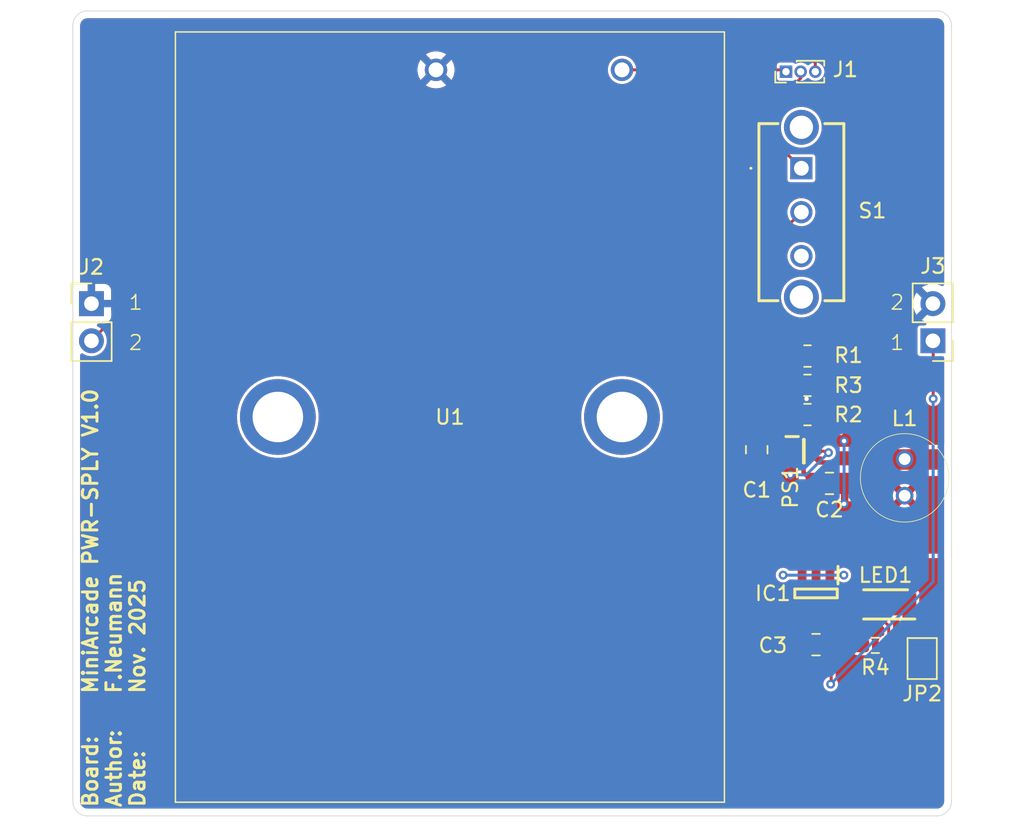
<source format=kicad_pcb>
(kicad_pcb (version 20241229) (generator "pcbnew") (generator_version "9.0")
  (layers (0 "F.Cu" signal) (2 "B.Cu" signal) (13 "F.Paste" user) (15 "B.Paste" user) (5 "F.SilkS" user "F.Silkscreen") (7 "B.SilkS" user "B.Silkscreen") (1 "F.Mask" user) (3 "B.Mask" user) (25 "Edge.Cuts" user))
  (net 0 "")
  (net 1 "GND")
  (net 2 "Net-(PS1-EN)")
  (net 3 "3V5")
  (net 4 "3V3")
  (net 6 "4V5")
  (net 7 "5V0")
  (net 8 "VIN_BUCK")
  (net 9 "Net-(JP2-B)")
  (net 10 "Net-(PS1-SW)")
  (net 11 "Net-(LED1-A)")
  (net 12 "Net-(PS1-FB)")
  (footprint "Capacitor_SMD:C_0805_2012Metric_Pad1.18x1.45mm_HandSolder" (layer "F.Cu") (at 151.667926 132.282074 180)
    (property "Reference" "C2" (at 0 -1.8 180) (layer "F.SilkS"))
    (property "Value" "10u")
    (fp_line (start -0.261252 0.735) (end 0.261252 0.735) (stroke (width 0.12)) (layer "F.SilkS"))
    (fp_line (start -0.261252 -0.735) (end 0.261252 -0.735) (stroke (width 0.12)) (layer "F.SilkS"))
    (pad "1" smd roundrect (at -1.0375 0 180) (size 1.175 1.45) (layers "F.Cu" "F.Mask" "F.Paste") (roundrect_rratio 0.212766) (net 3 "3V5"))
    (pad "2" smd roundrect (at 1.0375 0 180) (size 1.175 1.45) (layers "F.Cu" "F.Mask" "F.Paste") (roundrect_rratio 0.212766) (net 1 "GND"))
  )
  (footprint "MiniArcadePWRSupply:LEDM3020X150N" (layer "F.Cu") (at 155.5 140.55 180)
    (property "Reference" "LED1" (at 0 2 180) (layer "F.SilkS"))
    (property "Value" "AA3021LZGSK" (hide yes))
    (fp_line (start 1.5 -1) (end -2 -1) (stroke (width 0.2)) (layer "F.SilkS"))
    (fp_line (start -1.5 1) (end 1.5 1) (stroke (width 0.2)) (layer "F.SilkS"))
    (pad "1" smd rect (at -1.25 0 270) (size 1.5 1.7) (layers "F.Cu" "F.Mask" "F.Paste") (net 9 "Net-(JP2-B)"))
    (pad "2" smd rect (at 1.25 0 270) (size 1.5 1.7) (layers "F.Cu" "F.Mask" "F.Paste") (net 11 "Net-(LED1-A)"))
  )
  (footprint "Capacitor_SMD:C_0805_2012Metric_Pad1.18x1.45mm_HandSolder" (layer "F.Cu") (at 150.75 143.3 180)
    (property "Reference" "C3" (at 2.95 -0.05 180) (layer "F.SilkS"))
    (property "Value" "10u")
    (fp_line (start -0.261252 0.735) (end 0.261252 0.735) (stroke (width 0.12)) (layer "F.SilkS"))
    (fp_line (start -0.261252 -0.735) (end 0.261252 -0.735) (stroke (width 0.12)) (layer "F.SilkS"))
    (pad "1" smd roundrect (at -1.0375 0 180) (size 1.175 1.45) (layers "F.Cu" "F.Mask" "F.Paste") (roundrect_rratio 0.212766) (net 4 "3V3"))
    (pad "2" smd roundrect (at 1.0375 0 180) (size 1.175 1.45) (layers "F.Cu" "F.Mask" "F.Paste") (roundrect_rratio 0.212766) (net 1 "GND"))
  )
  (footprint "MiniArcadePWRSupply:SLW126894AND" (layer "F.Cu") (at 149.75 110.75 -90)
    (property "Reference" "S1" (at 2.9 -4.85 180) (layer "F.SilkS"))
    (property "Value" "SLW-12689-4A-N-D" (hide yes))
    (fp_line (start 0 3.5) (end 0 3.5) (stroke (width 0.1)) (layer "F.SilkS"))
    (fp_line (start 0 3.4) (end 0 3.4) (stroke (width 0.1)) (layer "F.SilkS"))
    (fp_line (start -3.05 2.9) (end -3.05 1.6) (stroke (width 0.2)) (layer "F.SilkS"))
    (fp_line (start 9.05 2.9) (end -3.05 2.9) (stroke (width 0.2)) (layer "F.SilkS"))
    (fp_line (start 9.05 1.6) (end 9.05 2.9) (stroke (width 0.2)) (layer "F.SilkS"))
    (fp_line (start -3.05 -1.6) (end -3.05 -2.9) (stroke (width 0.2)) (layer "F.SilkS"))
    (fp_line (start -3.05 -2.9) (end 9.05 -2.9) (stroke (width 0.2)) (layer "F.SilkS"))
    (fp_line (start 9.05 -2.9) (end 9.05 -1.6) (stroke (width 0.2)) (layer "F.SilkS"))
    (fp_arc (start 0 3.5) (mid -0.05 3.45) (end 0 3.4) (stroke (width 0.1)) (layer "F.SilkS"))
    (fp_arc (start 0 3.4) (mid 0.05 3.45) (end 0 3.5) (stroke (width 0.1)) (layer "F.SilkS"))
    (pad "1" thru_hole rect (at 0 0 270) (size 1.515 1.515) (drill 1.01) (layers "*.Cu" "*.Mask") (net 8 "VIN_BUCK"))
    (pad "2" thru_hole circle (at 3 0 270) (size 1.515 1.515) (drill 1.01) (layers "*.Cu" "*.Mask") (net 2 "Net-(PS1-EN)"))
    (pad "3" thru_hole circle (at 6 0 270) (size 1.515 1.515) (drill 1.01) (layers "*.Cu" "*.Mask"))
    (pad "4" thru_hole circle (at -2.8 0 270) (size 2.385 2.385) (drill 1.59) (layers "*.Cu" "*.Mask"))
    (pad "5" thru_hole circle (at 8.8 0 270) (size 2.385 2.385) (drill 1.59) (layers "*.Cu" "*.Mask"))
  )
  (footprint "Jumper:SolderJumper-2_P1.3mm_Open_Pad1.0x1.5mm" (layer "F.Cu") (at 158 144.25 90)
    (property "Reference" "JP2" (at -2.4 0 0) (layer "F.SilkS"))
    (property "Value" "SolderJumper")
    (fp_line (start 1.4 -1) (end 1.4 1) (stroke (width 0.12)) (layer "F.SilkS"))
    (fp_line (start -1.4 -1) (end 1.4 -1) (stroke (width 0.12)) (layer "F.SilkS"))
    (fp_line (start 1.4 1) (end -1.4 1) (stroke (width 0.12)) (layer "F.SilkS"))
    (fp_line (start -1.4 1) (end -1.4 -1) (stroke (width 0.12)) (layer "F.SilkS"))
    (pad "1" smd rect (at -0.65 0 90) (size 1 1.5) (layers "F.Cu" "F.Mask") (net 1 "GND"))
    (pad "2" smd rect (at 0.65 0 90) (size 1 1.5) (layers "F.Cu" "F.Mask") (net 9 "Net-(JP2-B)"))
  )
  (footprint "Connector_PinHeader_2.54mm:PinHeader_1x02_P2.54mm_Vertical" (layer "F.Cu") (at 101.27 120)
    (property "Reference" "J2" (at 0 -2.5 0) (layer "F.SilkS"))
    (property "Value" "Conn_01x02_Pin")
    (fp_line (start -1.38 -1.38) (end 0 -1.38) (stroke (width 0.12)) (layer "F.SilkS"))
    (fp_line (start -1.38 0) (end -1.38 -1.38) (stroke (width 0.12)) (layer "F.SilkS"))
    (fp_line (start -1.38 1.27) (end -1.38 3.92) (stroke (width 0.12)) (layer "F.SilkS"))
    (fp_line (start -1.38 1.27) (end 1.38 1.27) (stroke (width 0.12)) (layer "F.SilkS"))
    (fp_line (start -1.38 3.92) (end 1.38 3.92) (stroke (width 0.12)) (layer "F.SilkS"))
    (fp_line (start 1.38 1.27) (end 1.38 3.92) (stroke (width 0.12)) (layer "F.SilkS"))
    (pad "1" thru_hole rect (at 0 0) (size 1.7 1.7) (drill 1) (layers "*.Cu" "*.Mask") (net 1 "GND"))
    (pad "2" thru_hole circle (at 0 2.54) (size 1.7 1.7) (drill 1) (layers "*.Cu" "*.Mask") (net 7 "5V0"))
  )
  (footprint "MiniArcadePWRSupply:WE-TI_507589" (layer "F.Cu") (at 156.8 131.872902 -90)
    (property "Reference" "L1" (at -4.022902 0 180) (layer "F.SilkS"))
    (property "Value" "3,3u" (hide yes))
    (pad "1" thru_hole circle (at -1.25 0 270) (size 1.2 1.2) (drill 0.8) (layers "*.Cu" "*.Mask") (net 10 "Net-(PS1-SW)") (clearance 0))
    (pad "2" thru_hole circle (at 1.25 0 270) (size 1.2 1.2) (drill 0.8) (layers "*.Cu" "*.Mask") (net 3 "3V5"))
  )
  (footprint "MiniArcadePWRSupply:SOT50P162X60-6N" (layer "F.Cu") (at 149.917926 130.082074)
    (property "Reference" "PS1" (at -0.917926 2.467926 90) (layer "F.SilkS"))
    (property "Value" "AP61100Z6-7" (hide yes))
    (fp_line (start -1.225 -1) (end -0.375 -1) (stroke (width 0.2)) (layer "F.SilkS"))
    (fp_line (start -0.025 -0.8) (end 0.025 -0.8) (stroke (width 0.2)) (layer "F.SilkS"))
    (fp_line (start -0.025 0.8) (end -0.025 -0.8) (stroke (width 0.2)) (layer "F.SilkS"))
    (fp_line (start 0.025 -0.8) (end 0.025 0.8) (stroke (width 0.2)) (layer "F.SilkS"))
    (fp_line (start 0.025 0.8) (end -0.025 0.8) (stroke (width 0.2)) (layer "F.SilkS"))
    (pad "1" smd rect (at -0.8 -0.5 90) (size 0.3 0.85) (layers "F.Cu" "F.Mask" "F.Paste") (net 12 "Net-(PS1-FB)"))
    (pad "2" smd rect (at -0.8 0 90) (size 0.3 0.85) (layers "F.Cu" "F.Mask" "F.Paste") (net 1 "GND"))
    (pad "3" smd rect (at -0.8 0.5 90) (size 0.3 0.85) (layers "F.Cu" "F.Mask" "F.Paste") (net 2 "Net-(PS1-EN)"))
    (pad "4" smd rect (at 0.8 0.5 90) (size 0.3 0.85) (layers "F.Cu" "F.Mask" "F.Paste") (net 10 "Net-(PS1-SW)") (clearance 0))
    (pad "5" smd rect (at 0.8 0 90) (size 0.3 0.85) (layers "F.Cu" "F.Mask" "F.Paste") (net 2 "Net-(PS1-EN)"))
    (pad "6" smd rect (at 0.8 -0.5 90) (size 0.3 0.85) (layers "F.Cu" "F.Mask" "F.Paste") (net 3 "3V5"))
  )
  (footprint "MiniArcadePWRSupply:SOT95P280X130-5N" (layer "F.Cu") (at 150.75 139.8 -90)
    (property "Reference" "IC1" (at 0 2.95 180) (layer "F.SilkS"))
    (property "Value" "MIC94310-SYM5-TR" (hide yes))
    (fp_line (start -0.3 1.45) (end -0.3 -1.45) (stroke (width 0.2)) (layer "F.SilkS"))
    (fp_line (start 0.3 1.45) (end -0.3 1.45) (stroke (width 0.2)) (layer "F.SilkS"))
    (fp_line (start -0.3 -1.45) (end 0.3 -1.45) (stroke (width 0.2)) (layer "F.SilkS"))
    (fp_line (start 0.3 -1.45) (end 0.3 1.45) (stroke (width 0.2)) (layer "F.SilkS"))
    (fp_line (start -1.85 -1.5) (end -0.65 -1.5) (stroke (width 0.2)) (layer "F.SilkS"))
    (pad "1" smd rect (at -1.25 -0.95) (size 0.6 1.2) (layers "F.Cu" "F.Mask" "F.Paste") (net 3 "3V5"))
    (pad "2" smd rect (at -1.25 0) (size 0.6 1.2) (layers "F.Cu" "F.Mask" "F.Paste") (net 1 "GND"))
    (pad "3" smd rect (at -1.25 0.95) (size 0.6 1.2) (layers "F.Cu" "F.Mask" "F.Paste") (net 3 "3V5"))
    (pad "4" smd rect (at 1.25 0.95) (size 0.6 1.2) (layers "F.Cu" "F.Mask" "F.Paste"))
    (pad "5" smd rect (at 1.25 -0.95) (size 0.6 1.2) (layers "F.Cu" "F.Mask" "F.Paste") (net 4 "3V3"))
  )
  (footprint "Connector_PinHeader_2.54mm:PinHeader_1x02_P2.54mm_Vertical" (layer "F.Cu") (at 158.73 122.54 180)
    (property "Reference" "J3" (at 0 5.105 180) (layer "F.SilkS"))
    (property "Value" "Conn_01x02_Pin")
    (fp_line (start 1.38 1.27) (end 1.38 3.92) (stroke (width 0.12)) (layer "F.SilkS"))
    (fp_line (start -1.38 3.92) (end 1.38 3.92) (stroke (width 0.12)) (layer "F.SilkS"))
    (fp_line (start -1.38 1.27) (end 1.38 1.27) (stroke (width 0.12)) (layer "F.SilkS"))
    (fp_line (start -1.38 1.27) (end -1.38 3.92) (stroke (width 0.12)) (layer "F.SilkS"))
    (fp_line (start -1.38 0) (end -1.38 -1.38) (stroke (width 0.12)) (layer "F.SilkS"))
    (fp_line (start -1.38 -1.38) (end 0 -1.38) (stroke (width 0.12)) (layer "F.SilkS"))
    (pad "1" thru_hole rect (at 0 0 180) (size 1.7 1.7) (drill 1) (layers "*.Cu" "*.Mask") (net 4 "3V3"))
    (pad "2" thru_hole circle (at 0 2.54 180) (size 1.7 1.7) (drill 1) (layers "*.Cu" "*.Mask") (net 1 "GND"))
  )
  (footprint "Resistor_SMD:R_0805_2012Metric_Pad1.20x1.40mm_HandSolder" (layer "F.Cu") (at 150.167926 125.582074 180)
    (property "Reference" "R3" (at -2.8 0 180) (layer "F.SilkS"))
    (property "Value" "330k")
    (fp_line (start -0.227064 0.735) (end 0.227064 0.735) (stroke (width 0.12)) (layer "F.SilkS"))
    (fp_line (start -0.227064 -0.735) (end 0.227064 -0.735) (stroke (width 0.12)) (layer "F.SilkS"))
    (pad "1" smd roundrect (at -1 0 180) (size 1.2 1.4) (layers "F.Cu" "F.Mask" "F.Paste") (roundrect_rratio 0.208333) (net 1 "GND"))
    (pad "2" smd roundrect (at 1 0 180) (size 1.2 1.4) (layers "F.Cu" "F.Mask" "F.Paste") (roundrect_rratio 0.208333) (net 12 "Net-(PS1-FB)"))
  )
  (footprint "Resistor_SMD:R_0805_2012Metric_Pad1.20x1.40mm_HandSolder" (layer "F.Cu") (at 150.167926 127.582074 180)
    (property "Reference" "R2" (at -2.8 0 180) (layer "F.SilkS"))
    (property "Value" "47k")
    (fp_line (start -0.227064 0.735) (end 0.227064 0.735) (stroke (width 0.12)) (layer "F.SilkS"))
    (fp_line (start -0.227064 -0.735) (end 0.227064 -0.735) (stroke (width 0.12)) (layer "F.SilkS"))
    (pad "1" smd roundrect (at -1 0 180) (size 1.2 1.4) (layers "F.Cu" "F.Mask" "F.Paste") (roundrect_rratio 0.208333) (net 1 "GND"))
    (pad "2" smd roundrect (at 1 0 180) (size 1.2 1.4) (layers "F.Cu" "F.Mask" "F.Paste") (roundrect_rratio 0.208333) (net 12 "Net-(PS1-FB)"))
  )
  (footprint "Connector_PinHeader_1.00mm:PinHeader_1x03_P1.00mm_Vertical" (layer "F.Cu") (at 148.7 104.15 90)
    (property "Reference" "J1" (at 0.15 4.05 180) (layer "F.SilkS"))
    (property "Value" "Conn_01x03")
    (fp_line (start -0.745 -0.735) (end 0 -0.735) (stroke (width 0.12)) (layer "F.SilkS"))
    (fp_line (start -0.745 0) (end -0.745 -0.735) (stroke (width 0.12)) (layer "F.SilkS"))
    (fp_line (start 0.745 0.735) (end 0.745 2.61) (stroke (width 0.12)) (layer "F.SilkS"))
    (fp_line (start 0.685565 0.735) (end 0.745 0.735) (stroke (width 0.12)) (layer "F.SilkS"))
    (fp_line (start -0.745 0.735) (end -0.685565 0.735) (stroke (width 0.12)) (layer "F.SilkS"))
    (fp_line (start -0.745 0.735) (end -0.745 2.61) (stroke (width 0.12)) (layer "F.SilkS"))
    (fp_line (start 0.41003 2.61) (end 0.745 2.61) (stroke (width 0.12)) (layer "F.SilkS"))
    (fp_line (start -0.745 2.61) (end -0.41003 2.61) (stroke (width 0.12)) (layer "F.SilkS"))
    (pad "1" thru_hole rect (at 0 0 90) (size 0.85 0.85) (drill 0.5) (layers "*.Cu" "*.Mask") (net 6 "4V5"))
    (pad "2" thru_hole circle (at 0 1 90) (size 0.85 0.85) (drill 0.5) (layers "*.Cu" "*.Mask") (net 8 "VIN_BUCK"))
    (pad "3" thru_hole circle (at 0 2 90) (size 0.85 0.85) (drill 0.5) (layers "*.Cu" "*.Mask") (net 7 "5V0"))
  )
  (footprint "Resistor_SMD:R_0805_2012Metric_Pad1.20x1.40mm_HandSolder" (layer "F.Cu") (at 150.167926 123.582074)
    (property "Reference" "R1" (at 2.8 -0.05 180) (layer "F.SilkS"))
    (property "Value" "200k")
    (fp_line (start -0.227064 -0.735) (end 0.227064 -0.735) (stroke (width 0.12)) (layer "F.SilkS"))
    (fp_line (start -0.227064 0.735) (end 0.227064 0.735) (stroke (width 0.12)) (layer "F.SilkS"))
    (pad "1" smd roundrect (at -1 0) (size 1.2 1.4) (layers "F.Cu" "F.Mask" "F.Paste") (roundrect_rratio 0.208333) (net 12 "Net-(PS1-FB)"))
    (pad "2" smd roundrect (at 1 0) (size 1.2 1.4) (layers "F.Cu" "F.Mask" "F.Paste") (roundrect_rratio 0.208333) (net 3 "3V5"))
  )
  (footprint "MiniArcadePWRSupply:2479" (layer "F.Cu") (at 125.75 127.75 90)
    (property "Reference" "U1" (at 0 0 180) (layer "F.SilkS"))
    (property "Value" "2479" (hide yes))
    (fp_line (start 26.315 -18.745) (end 26.315 18.745) (stroke (width 0.1)) (layer "F.SilkS"))
    (fp_line (start -26.315 -18.745) (end 26.315 -18.745) (stroke (width 0.1)) (layer "F.SilkS"))
    (fp_line (start 26.315 18.745) (end -26.315 18.745) (stroke (width 0.1)) (layer "F.SilkS"))
    (fp_line (start -26.315 18.745) (end -26.315 -18.745) (stroke (width 0.1)) (layer "F.SilkS"))
    (pad "1" thru_hole circle (at 23.725 11.75 90) (size 1.53 1.53) (drill 1.02) (layers "*.Cu" "*.Mask") (net 6 "4V5"))
    (pad "2" thru_hole circle (at 23.725 -0.95 90) (size 1.53 1.53) (drill 1.02) (layers "*.Cu" "*.Mask") (net 1 "GND"))
    (pad "3" thru_hole circle (at 0.005 11.75 90) (size 5.175 5.175) (drill 3.45) (layers "*.Cu" "*.Mask"))
    (pad "4" thru_hole circle (at 0.005 -11.75 90) (size 5.175 5.175) (drill 3.45) (layers "*.Cu" "*.Mask"))
  )
  (footprint "Resistor_SMD:R_0603_1608Metric_Pad0.98x0.95mm_HandSolder" (layer "F.Cu") (at 154.8 143.35)
    (property "Reference" "R4" (at 0 1.5 0) (layer "F.SilkS"))
    (property "Value" "330")
    (fp_line (start -0.254724 -0.5225) (end 0.254724 -0.5225) (stroke (width 0.12)) (layer "F.SilkS"))
    (fp_line (start -0.254724 0.5225) (end 0.254724 0.5225) (stroke (width 0.12)) (layer "F.SilkS"))
    (pad "1" smd roundrect (at -0.9125 0) (size 0.975 0.95) (layers "F.Cu" "F.Mask" "F.Paste") (net 4 "3V3"))
    (pad "2" smd roundrect (at 0.9125 0) (size 0.975 0.95) (layers "F.Cu" "F.Mask" "F.Paste") (net 11 "Net-(LED1-A)"))
  )
  (footprint "Capacitor_SMD:C_0805_2012Metric_Pad1.18x1.45mm_HandSolder" (layer "F.Cu") (at 146.7 129.982074 90)
    (property "Reference" "C1" (at -2.75 0 180) (layer "F.SilkS"))
    (property "Value" "10u")
    (fp_line (start -0.261252 -0.735) (end 0.261252 -0.735) (stroke (width 0.12)) (layer "F.SilkS"))
    (fp_line (start -0.261252 0.735) (end 0.261252 0.735) (stroke (width 0.12)) (layer "F.SilkS"))
    (pad "1" smd roundrect (at -1.0375 0 90) (size 1.175 1.45) (layers "F.Cu" "F.Mask" "F.Paste") (roundrect_rratio 0.212766) (net 2 "Net-(PS1-EN)"))
    (pad "2" smd roundrect (at 1.0375 0 90) (size 1.175 1.45) (layers "F.Cu" "F.Mask" "F.Paste") (roundrect_rratio 0.212766) (net 1 "GND"))
  )
  (gr_circle (center 156.8 131.902488) (end 153.78 131.852488) (stroke (width 0.05)) (fill no) (layer "F.SilkS"))
  (gr_line (start 101 100) (end 159 100) (stroke (width 0.05)) (layer "Edge.Cuts"))
  (gr_line (start 160 101) (end 160 154) (stroke (width 0.05)) (layer "Edge.Cuts"))
  (gr_arc (start 160 154) (mid 159.707107 154.707107) (end 159 155) (stroke (width 0.05)) (layer "Edge.Cuts"))
  (gr_arc (start 159 100) (mid 159.707107 100.292893) (end 160 101) (stroke (width 0.05)) (layer "Edge.Cuts"))
  (gr_line (start 159 155) (end 101 155) (stroke (width 0.05)) (layer "Edge.Cuts"))
  (gr_arc (start 100 101) (mid 100.292893 100.292893) (end 101 100) (stroke (width 0.05)) (layer "Edge.Cuts"))
  (gr_arc (start 101 155) (mid 100.292893 154.707107) (end 100 154) (stroke (width 0.05)) (layer "Edge.Cuts"))
  (gr_line (start 100 154) (end 100 101) (stroke (width 0.05)) (layer "Edge.Cuts"))
  (gr_text "2" (at 155.75 120.5 0) (layer "F.SilkS") (effects (font (size 1 1) (thickness 0.1)) (justify left bottom)))
  (gr_text "Board:	MiniArcade PWR-SPLY V1.0\nAuthor:	F.Neumann\nDate:	Nov. 2025\n" (at 105 154.5 90) (layer "F.SilkS") (effects (font (size 1 1) (thickness 0.2) (bold yes)) (justify left bottom)))
  (gr_text "1\n" (at 155.75 123.25 0) (layer "F.SilkS") (effects (font (size 1 1) (thickness 0.1)) (justify left bottom)))
  (gr_text "1\n" (at 103.75 120.5 0) (layer "F.SilkS") (effects (font (size 1 1) (thickness 0.1)) (justify left bottom)))
  (gr_text "2" (at 103.75 123.25 0) (layer "F.SilkS") (effects (font (size 1 1) (thickness 0.1)) (justify left bottom)))
  (segment (start 150.630426 132.282074) (end 149.9 131.551648) (width 0.3) (layer "F.Cu") (net 1))
  (segment (start 149.9 128.85) (end 151.167926 127.582074) (width 0.3) (layer "F.Cu") (net 1))
  (segment (start 149.882074 130.082074) (end 149.9 130.1) (width 0.2) (layer "F.Cu") (net 1))
  (segment (start 150.3 125.582074) (end 151.167926 125.582074) (width 0.2) (layer "F.Cu") (net 1))
  (segment (start 149.9 129.814974) (end 149.9 128.85) (width 0.3) (layer "F.Cu") (net 1))
  (segment (start 151.167926 125.582074) (end 151.167926 127.582074) (width 0.2) (layer "F.Cu") (net 1))
  (segment (start 150.101785 126.507429) (end 150.101785 125.780289) (width 0.2) (layer "F.Cu") (net 1))
  (segment (start 149.117926 130.082074) (end 149.882074 130.082074) (width 0.3) (layer "F.Cu") (net 1))
  (segment (start 149.9 130.1) (end 149.9 129.814974) (width 0.3) (layer "F.Cu") (net 1))
  (segment (start 149.9 131.551648) (end 149.9 130.1) (width 0.3) (layer "F.Cu") (net 1))
  (segment (start 150.101785 125.780289) (end 150.3 125.582074) (width 0.2) (layer "F.Cu") (net 1))
  (via (at 150.101785 126.507429) (size 0.6) (drill 0.3) (layers "F.Cu" "B.Cu") (net 1))
  (segment (start 147.982074 130.582074) (end 147.9 130.5) (width 0.2) (layer "F.Cu") (net 2))
  (segment (start 147.9 130.919574) (end 147.8 131.019574) (width 0.2) (layer "F.Cu") (net 2))
  (segment (start 147.8 131.019574) (end 146.7 131.019574) (width 0.2) (layer "F.Cu") (net 2))
  (segment (start 147.9 130.5) (end 147.9 130.919574) (width 0.2) (layer "F.Cu") (net 2))
  (segment (start 149.117926 130.582074) (end 147.982074 130.582074) (width 0.2) (layer "F.Cu") (net 2))
  (segment (start 147.7 115.8) (end 147.7 127.45) (width 0.2) (layer "F.Cu") (net 2))
  (segment (start 149.75 113.75) (end 147.7 115.8) (width 0.2) (layer "F.Cu") (net 2))
  (segment (start 147.9 127.65) (end 147.9 130.5) (width 0.2) (layer "F.Cu") (net 2))
  (segment (start 149 130.7) (end 149.117926 130.582074) (width 0.2) (layer "F.Cu") (net 2))
  (segment (start 150.717926 130.082074) (end 151.5 130.082074) (width 0.2) (layer "F.Cu") (net 2))
  (segment (start 149 131.7) (end 149 130.7) (width 0.2) (layer "F.Cu") (net 2))
  (segment (start 151.5 130.082074) (end 151.6 130.182074) (width 0.2) (layer "F.Cu") (net 2))
  (segment (start 147.7 127.45) (end 147.9 127.65) (width 0.2) (layer "F.Cu") (net 2))
  (via (at 151.6 130.182074) (size 0.6) (drill 0.3) (layers "F.Cu" "B.Cu") (net 2))
  (via (at 149 131.7) (size 0.6) (drill 0.3) (layers "F.Cu" "B.Cu") (net 2))
  (segment (start 151.6 130.182074) (end 150.082074 131.7) (width 0.2) (layer "B.Cu") (net 2))
  (segment (start 150.082074 131.7) (end 149 131.7) (width 0.2) (layer "B.Cu") (net 2))
  (segment (start 152.705426 132.282074) (end 155.959172 132.282074) (width 0.3) (layer "F.Cu") (net 3))
  (segment (start 153.3 124.382074) (end 153.3 128.75) (width 0.2) (layer "F.Cu") (net 3))
  (segment (start 152.667926 133.682074) (end 152.667926 132.319574) (width 0.2) (layer "F.Cu") (net 3))
  (segment (start 152.705426 137.444574) (end 152.705426 132.282074) (width 0.2) (layer "F.Cu") (net 3))
  (segment (start 148.5 138.55) (end 149.8 138.55) (width 0.2) (layer "F.Cu") (net 3))
  (segment (start 152.5 123.582074) (end 153.3 124.382074) (width 0.2) (layer "F.Cu") (net 3))
  (segment (start 152.667926 132.319574) (end 152.705426 132.282074) (width 0.2) (layer "F.Cu") (net 3))
  (segment (start 152.9 129.15) (end 152.667926 129.382074) (width 0.2) (layer "F.Cu") (net 3))
  (segment (start 152.467926 129.582074) (end 152.667926 129.382074) (width 0.2) (layer "F.Cu") (net 3))
  (segment (start 155.959172 132.282074) (end 156.8 133.122902) (width 0.3) (layer "F.Cu") (net 3))
  (segment (start 150.717926 129.167926) (end 150.7 129.15) (width 0.2) (layer "F.Cu") (net 3))
  (segment (start 150.7 129.15) (end 152.9 129.15) (width 0.2) (layer "F.Cu") (net 3))
  (segment (start 151.7 138.55) (end 151.7 138.45) (width 0.2) (layer "F.Cu") (net 3))
  (segment (start 152.667926 129.382074) (end 152.567926 129.382074) (width 0.2) (layer "F.Cu") (net 3))
  (segment (start 151.7 138.55) (end 152.65 138.55) (width 0.2) (layer "F.Cu") (net 3))
  (segment (start 151.7 138.45) (end 152.705426 137.444574) (width 0.2) (layer "F.Cu") (net 3))
  (segment (start 153.3 128.75) (end 152.9 129.15) (width 0.2) (layer "F.Cu") (net 3))
  (segment (start 150.717926 129.582074) (end 152.467926 129.582074) (width 0.2) (layer "F.Cu") (net 3))
  (segment (start 150.717926 129.582074) (end 150.717926 129.167926) (width 0.2) (layer "F.Cu") (net 3))
  (segment (start 151.167926 123.582074) (end 152.5 123.582074) (width 0.2) (layer "F.Cu") (net 3))
  (via (at 152.667926 133.682074) (size 0.6) (drill 0.3) (layers "F.Cu" "B.Cu") (net 3))
  (via (at 148.5 138.55) (size 0.6) (drill 0.3) (layers "F.Cu" "B.Cu") (net 3))
  (via (at 152.667926 129.382074) (size 0.6) (drill 0.3) (layers "F.Cu" "B.Cu") (net 3))
  (via (at 152.65 138.55) (size 0.6) (drill 0.3) (layers "F.Cu" "B.Cu") (net 3))
  (segment (start 152.65 138.55) (end 148.5 138.55) (width 0.2) (layer "B.Cu") (net 3))
  (segment (start 152.667926 129.382074) (end 152.667926 133.682074) (width 0.2) (layer "B.Cu") (net 3))
  (segment (start 151.7 142.25) (end 151.7 141.05) (width 0.2) (layer "F.Cu") (net 4))
  (segment (start 158.75 122.54) (end 158.75 126.5) (width 0.2) (layer "F.Cu") (net 4))
  (segment (start 151.7875 143.3) (end 151.45 143.3) (width 0.2) (layer "F.Cu") (net 4))
  (segment (start 151.7875 145.9625) (end 151.7875 143.3) (width 0.2) (layer "F.Cu") (net 4))
  (segment (start 151.75 146) (end 151.7875 145.9625) (width 0.2) (layer "F.Cu") (net 4))
  (segment (start 151.7875 143.3) (end 153.8375 143.3) (width 0.2) (layer "F.Cu") (net 4))
  (segment (start 151.7875 143.3) (end 151.7875 142.3375) (width 0.2) (layer "F.Cu") (net 4))
  (segment (start 151.7875 142.3375) (end 151.7 142.25) (width 0.2) (layer "F.Cu") (net 4))
  (segment (start 153.8375 143.3) (end 153.8875 143.35) (width 0.2) (layer "F.Cu") (net 4))
  (via (at 158.75 126.5) (size 0.6) (drill 0.3) (layers "F.Cu" "B.Cu") (net 4))
  (via (at 151.75 146) (size 0.6) (drill 0.3) (layers "F.Cu" "B.Cu") (net 4))
  (segment (start 158.75 126.5) (end 158.75 139) (width 0.2) (layer "B.Cu") (net 4))
  (segment (start 158.75 139) (end 151.75 146) (width 0.2) (layer "B.Cu") (net 4))
  (segment (start 148.75 103.97328) (end 148.75 104) (width 0.2) (layer "F.Cu") (net 6))
  (segment (start 137.5 104.025) (end 148.575 104.025) (width 0.2) (layer "F.Cu") (net 6))
  (segment (start 137.5 104.025) (end 137.5 104) (width 0.2) (layer "F.Cu") (net 6))
  (segment (start 148.575 104.025) (end 148.7 104.15) (width 0.2) (layer "F.Cu") (net 6))
  (segment (start 148.65104 101.5) (end 150.7 103.54896) (width 0.2) (layer "F.Cu") (net 7))
  (segment (start 122.29 101.5) (end 148.65104 101.5) (width 0.2) (layer "F.Cu") (net 7))
  (segment (start 101.25 122.54) (end 122.29 101.5) (width 0.2) (layer "F.Cu") (net 7))
  (segment (start 150.7 103.54896) (end 150.7 104.15) (width 0.2) (layer "F.Cu") (net 7))
  (segment (start 148.2565 109.2565) (end 148.2565 106.0455) (width 0.2) (layer "F.Cu") (net 8))
  (segment (start 149.75 110.75) (end 148.2565 109.2565) (width 0.2) (layer "F.Cu") (net 8))
  (segment (start 148.2565 106.0455) (end 149.7 104.602) (width 0.2) (layer "F.Cu") (net 8))
  (segment (start 149.7 104.602) (end 149.7 104.15) (width 0.2) (layer "F.Cu") (net 8))
  (segment (start 156.75 140.55) (end 156.75 142.35) (width 0.2) (layer "F.Cu") (net 9))
  (segment (start 156.75 142.35) (end 158 143.6) (width 0.2) (layer "F.Cu") (net 9))
  (segment (start 155.727098 130.622902) (end 156.8 130.622902) (width 0.3) (layer "F.Cu") (net 10))
  (segment (start 155.5 130.85) (end 155.727098 130.622902) (width 0.3) (layer "F.Cu") (net 10))
  (segment (start 150.985852 130.85) (end 155.5 130.85) (width 0.3) (layer "F.Cu") (net 10))
  (segment (start 150.985852 130.85) (end 150.717926 130.582074) (width 0.3) (layer "F.Cu") (net 10))
  (segment (start 155.7125 143.35) (end 155.7125 142.0125) (width 0.2) (layer "F.Cu") (net 11))
  (segment (start 155.7125 142.0125) (end 154.25 140.55) (width 0.2) (layer "F.Cu") (net 11))
  (segment (start 149.167926 127.582074) (end 149.167926 129.381074) (width 0.7) (layer "F.Cu") (net 12))
  (segment (start 149.117926 123.632074) (end 149.167926 123.582074) (width 0.2) (layer "F.Cu") (net 12))
  (segment (start 149.1 127.514148) (end 149.1 125.65) (width 1) (layer "F.Cu") (net 12))
  (segment (start 149.167926 129.532074) (end 149.117926 129.582074) (width 0.2) (layer "F.Cu") (net 12))
  (segment (start 149.167926 127.582074) (end 149.1 127.514148) (width 1) (layer "F.Cu") (net 12))
  (segment (start 149.167926 125.582074) (end 149.167926 123.582074) (width 1) (layer "F.Cu") (net 12))
  (segment (start 149.167926 129.381074) (end 149.117926 129.381074) (width 0.7) (layer "F.Cu") (net 12))
  (segment (start 149.1 125.65) (end 149.167926 125.582074) (width 1) (layer "F.Cu") (net 12))
  (zone (net 2) (net_name "Net-(PS1-EN)") (layer "F.Cu") (priority 1) (connect_pads (clearance 0.3)) (min_thickness 0.25) (fill yes (thermal_gap 0.5) (thermal_bridge_width 0.5) (island_removal_mode 1) (island_area_min 9.999999))
    (polygon (pts (xy 149.467926 130.382074) (xy 144.267926 130.382074) (xy 144.167926 130.482074) (xy 144.167926 136.982074) (xy 144.267926 137.082074) (xy 149.467926 137.082074) (xy 149.567926 136.982074) (xy 149.567926 130.482074)))
  )
  (zone (net 10) (net_name "Net-(PS1-SW)") (layer "F.Cu") (priority 2) (connect_pads (clearance 0.3)) (min_thickness 0.25) (fill yes (thermal_gap 0.5) (thermal_bridge_width 0.5) (island_removal_mode 1) (island_area_min 9.999999))
    (polygon (pts (xy 150.167926 130.65) (xy 150.267926 130.55) (xy 152.067926 130.55) (xy 152.167926 130.45) (xy 152.167926 130.05) (xy 152.267926 129.95) (xy 159.36376 129.95) (xy 159.400126 129.986239) (xy 159.404688 131.294955) (xy 159.356417 131.343457) (xy 154.267926 131.35) (xy 153.967926 131.05) (xy 150.267926 131.05) (xy 150.167926 130.95)))
  )
  (zone (net 3) (net_name "3V5") (layer "F.Cu") (priority 2) (connect_pads (clearance 0.3)) (min_thickness 0.25) (fill yes (thermal_gap 0.5) (thermal_bridge_width 0.5))
    (polygon (pts (xy 152.167926 131.882074) (xy 152.267926 131.782074) (xy 155.933963 131.782074) (xy 159.328465 131.77643) (xy 159.394342 131.842103) (xy 159.401687 136.955785) (xy 159.273711 137.083911) (xy 152.267926 137.082074) (xy 152.167926 136.982074)))
  )
  (zone (net 12) (net_name "Net-(PS1-FB)") (layer "F.Cu") (priority 2) (connect_pads (clearance 0.3)) (min_thickness 0.25) (fill yes (thermal_gap 0.5) (thermal_bridge_width 0.5) (island_removal_mode 1) (island_area_min 9.999999))
    (polygon (pts (xy 148.2 129.682074) (xy 148.9 129.682074) (xy 149.5 129.682074) (xy 149.6 129.582074) (xy 149.6 122.582074) (xy 149.5 122.482074) (xy 148.2 122.482074) (xy 148.1 122.582074) (xy 148.1 126.132074) (xy 148.1 129.582074)))
  )
  (zone (net 3) (net_name "3V5") (layer "F.Cu") (priority 2) (connect_pads (clearance 0.3)) (min_thickness 0.25) (fill yes (thermal_gap 0.5) (thermal_bridge_width 0.5))
    (polygon (pts (xy 150.1 129.082074) (xy 150.1 129.682074) (xy 150.2 129.782074) (xy 154.5 129.782074) (xy 154.6 129.682074) (xy 154.6 126.132074) (xy 154.6 122.582074) (xy 154.5 122.482074) (xy 150.8 122.482074) (xy 150.7 122.582074) (xy 150.7 123.682074) (xy 150.7 124.282074) (xy 150.8 124.382074) (xy 152.5 124.382074) (xy 152.6 124.482074) (xy 152.6 128.882074) (xy 152.5 128.982074) (xy 150.2 128.982074)))
  )
  (zone (net 1) (net_name "GND") (layers "F.Cu" "B.Cu") (connect_pads (clearance 0)) (min_thickness 0.25) (fill yes (thermal_gap 0.5) (thermal_bridge_width 0.5))
    (polygon (pts (xy 99.503801 99.343085) (xy 99.605621 155.65) (xy 160 155.65) (xy 160 99.25225)))
  )
)
</source>
